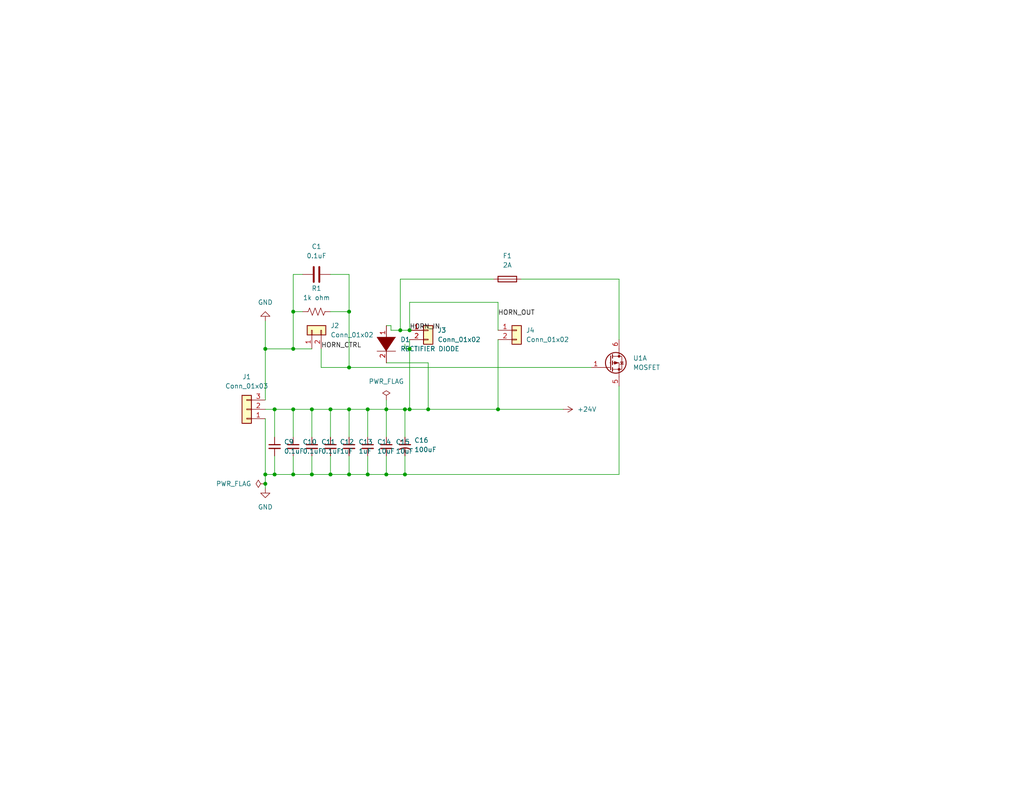
<source format=kicad_sch>
(kicad_sch (version 20231120) (generator "eeschema") (generator_version "8.0")
  (paper "USLetter")
  (title_block (title "proj1") (date "2024-09-22") (rev "1.0") (company "Illini Solar Car") (comment 1 "Designed By: Adam Kaszok"))
  (lib_symbols
    (symbol "Connector_Generic:Conn_01x02" (pin_names (offset 1.016) hide)
      (property "Reference" "J" (at 0 2.54 0))
      (property "Value" "Conn_01x02" (at 0 -5.08 0))
      (symbol "Conn_01x02_1_1"
        (rectangle (start -1.27 -2.413) (end 0 -2.667) (stroke (width 0.1524)))
        (rectangle (start -1.27 0.127) (end 0 -0.127) (stroke (width 0.1524)))
        (rectangle (start -1.27 1.27) (end 1.27 -3.81) (stroke (width 0.254)) (fill (type background)))
        (pin passive line (at -5.08 0 0) (length 3.81) (name "Pin_1") (number "1"))
        (pin passive line (at -5.08 -2.54 0) (length 3.81) (name "Pin_2") (number "2"))
      )
    )
    (symbol "Connector_Generic:Conn_01x03" (pin_names (offset 1.016) hide)
      (property "Reference" "J" (at 0 5.08 0))
      (property "Value" "Conn_01x03" (at 0 -5.08 0))
      (symbol "Conn_01x03_1_1"
        (rectangle (start -1.27 -2.413) (end 0 -2.667) (stroke (width 0.1524)))
        (rectangle (start -1.27 0.127) (end 0 -0.127) (stroke (width 0.1524)))
        (rectangle (start -1.27 2.667) (end 0 2.413) (stroke (width 0.1524)))
        (rectangle (start -1.27 3.81) (end 1.27 -3.81) (stroke (width 0.254)) (fill (type background)))
        (pin passive line (at -5.08 2.54 0) (length 3.81) (name "Pin_1") (number "1"))
        (pin passive line (at -5.08 0 0) (length 3.81) (name "Pin_2") (number "2"))
        (pin passive line (at -5.08 -2.54 0) (length 3.81) (name "Pin_3") (number "3"))
      )
    )
    (symbol "Device:C" (pin_numbers hide) (pin_names (offset 0.254))
      (property "Reference" "C" (at 0.635 2.54 0))
      (property "Value" "C" (at 0.635 -2.54 0))
      (symbol "C_0_1"
        (polyline (pts (xy -2.032 -0.762) (xy 2.032 -0.762)) (stroke (width 0.508)))
        (polyline (pts (xy -2.032 0.762) (xy 2.032 0.762)) (stroke (width 0.508)))
      )
      (symbol "C_1_1"
        (pin passive line (at 0 3.81 270) (length 2.794) (name "~") (number "1"))
        (pin passive line (at 0 -3.81 90) (length 2.794) (name "~") (number "2"))
      )
    )
    (symbol "Device:C_Polarized_Small_US" (pin_numbers hide) (pin_names (offset 0.254) hide)
      (property "Reference" "C" (at 0.254 1.778 0))
      (property "Value" "C_Polarized_Small_US" (at 0.254 -2.032 0))
      (symbol "C_Polarized_Small_US_0_1"
        (polyline (pts (xy -1.524 0.508) (xy 1.524 0.508)) (stroke (width 0.3048)))
        (polyline (pts (xy -1.27 1.524) (xy -0.762 1.524)))
        (polyline (pts (xy -1.016 1.27) (xy -1.016 1.778)))
        (arc (start 1.524 -0.762) (mid 0 -0.3734) (end -1.524 -0.762) (stroke (width 0.3048)))
      )
      (symbol "C_Polarized_Small_US_1_1"
        (pin passive line (at 0 2.54 270) (length 2.032) (name "~") (number "1"))
        (pin passive line (at 0 -2.54 90) (length 2.032) (name "~") (number "2"))
      )
    )
    (symbol "Device:C_Small" (pin_numbers hide) (pin_names (offset 0.254) hide)
      (property "Reference" "C" (at 0.254 1.778 0))
      (property "Value" "C_Small" (at 0.254 -2.032 0))
      (symbol "C_Small_0_1"
        (polyline (pts (xy -1.524 -0.508) (xy 1.524 -0.508)) (stroke (width 0.3302)))
        (polyline (pts (xy -1.524 0.508) (xy 1.524 0.508)) (stroke (width 0.3048)))
      )
      (symbol "C_Small_1_1"
        (pin passive line (at 0 2.54 270) (length 2.032) (name "~") (number "1"))
        (pin passive line (at 0 -2.54 90) (length 2.032) (name "~") (number "2"))
      )
    )
    (symbol "Device:Fuse" (pin_numbers hide) (pin_names (offset 0))
      (property "Reference" "F" (at 2.032 0 90))
      (property "Value" "Fuse" (at -1.905 0 90))
      (symbol "Fuse_0_1"
        (rectangle (start -0.762 -2.54) (end 0.762 2.54) (stroke (width 0.254)))
        (polyline (pts (xy 0 2.54) (xy 0 -2.54)))
      )
      (symbol "Fuse_1_1"
        (pin passive line (at 0 3.81 270) (length 1.27) (name "~") (number "1"))
        (pin passive line (at 0 -3.81 90) (length 1.27) (name "~") (number "2"))
      )
    )
    (symbol "Device:R_US" (pin_numbers hide) (pin_names (offset 0))
      (property "Reference" "R" (at 2.54 0 90))
      (property "Value" "R_US" (at -2.54 0 90))
      (symbol "R_US_0_1"
        (polyline (pts (xy 0 -2.286) (xy 0 -2.54)))
        (polyline (pts (xy 0 2.286) (xy 0 2.54)))
        (polyline (pts (xy 0 -0.762) (xy 1.016 -1.143) (xy 0 -1.524) (xy -1.016 -1.905) (xy 0 -2.286)))
        (polyline (pts (xy 0 0.762) (xy 1.016 0.381) (xy 0 0) (xy -1.016 -0.381) (xy 0 -0.762)))
        (polyline (pts (xy 0 2.286) (xy 1.016 1.905) (xy 0 1.524) (xy -1.016 1.143) (xy 0 0.762)))
      )
      (symbol "R_US_1_1"
        (pin passive line (at 0 3.81 270) (length 1.27) (name "~") (number "1"))
        (pin passive line (at 0 -3.81 90) (length 1.27) (name "~") (number "2"))
      )
    )
    (symbol "Discrete_SMD:Q_PMOS_DUAL_GSGDSD" (pin_names (offset 0) hide)
      (property "Reference" "U" (at -1.27 11.43 0))
      (property "Value" "Q_PMOS_DUAL_GSGDSD" (at -3.81 -12.7 0))
      (symbol "Q_PMOS_DUAL_GSGDSD_0_1"
        (polyline (pts (xy -1.27 -1.27) (xy -3.81 -1.27)))
        (polyline (pts (xy -1.2192 0) (xy -1.016 0)))
        (polyline (pts (xy -0.508 -1.778) (xy 1.27 -1.778)))
        (polyline (pts (xy -0.508 -1.27) (xy -0.508 -2.286)) (stroke (width 0.254)))
        (polyline (pts (xy -0.508 0) (xy 1.27 0)))
        (polyline (pts (xy -0.508 0.508) (xy -0.508 -0.508)) (stroke (width 0.254)))
        (polyline (pts (xy -0.508 1.778) (xy 1.27 1.778)))
        (polyline (pts (xy -0.508 2.286) (xy -0.508 1.27)) (stroke (width 0.254)))
        (polyline (pts (xy 1.27 -2.54) (xy 1.27 -3.81)))
        (polyline (pts (xy 1.27 -1.778) (xy 1.27 -2.54)))
        (polyline (pts (xy 1.27 -1.778) (xy 1.27 0)))
        (polyline (pts (xy 1.27 2.54) (xy 1.27 1.778)))
        (polyline (pts (xy 1.27 2.54) (xy 1.27 3.81)))
        (polyline (pts (xy -1.016 1.905) (xy -1.016 -1.905) (xy -1.016 -1.905)) (stroke (width 0.254)))
        (polyline (pts (xy 1.016 0) (xy 0 -0.381) (xy 0 0.381) (xy 1.016 0)) (fill (type outline)))
        (polyline (pts (xy 1.27 -1.778) (xy 2.032 -1.778) (xy 2.032 1.778) (xy 1.27 1.778)))
        (polyline (pts (xy 1.524 -0.508) (xy 1.651 -0.381) (xy 2.413 -0.381) (xy 2.54 -0.254)))
        (polyline (pts (xy 2.032 -0.381) (xy 1.651 0.254) (xy 2.413 0.254) (xy 2.032 -0.381)))
        (circle (center 0.381 0) (radius 2.8194) (stroke (width 0.254)))
        (circle (center 1.27 -1.778) (radius 0.2794) (fill (type outline)))
        (circle (center 1.27 1.778) (radius 0.2794) (fill (type outline)))
      )
      (symbol "Q_PMOS_DUAL_GSGDSD_1_1"
        (pin input line (at -6.35 -1.27 0) (length 2.54) (name "Gate") (number "1"))
        (pin passive line (at 1.27 -6.35 90) (length 2.54) (name "Source") (number "5"))
        (pin passive line (at 1.27 6.35 270) (length 2.54) (name "Drain") (number "6"))
      )
      (symbol "Q_PMOS_DUAL_GSGDSD_2_1"
        (pin passive line (at 1.27 -6.35 90) (length 2.54) (name "Source") (number "2"))
        (pin input line (at -6.35 -1.27 0) (length 2.54) (name "Gate") (number "3"))
        (pin passive line (at 1.27 6.35 270) (length 2.54) (name "Drain") (number "4"))
      )
    )
    (symbol "power:+24V" (power) (pin_names (offset 0))
      (property "Value" "+24V" (at 0 3.556 0))
      (symbol "+24V_0_1"
        (polyline (pts (xy -0.762 1.27) (xy 0 2.54)))
        (polyline (pts (xy 0 0) (xy 0 2.54)))
        (polyline (pts (xy 0 2.54) (xy 0.762 1.27)))
      )
      (symbol "+24V_1_1"
        (pin power_in line (at 0 0 90) (length 0) hide (name "+24V") (number "1"))
      )
    )
    (symbol "power:GND" (power) (pin_names (offset 0))
      (property "Value" "GND" (at 0 -3.81 0))
      (symbol "GND_0_1"
        (polyline (pts (xy 0 0) (xy 0 -1.27) (xy 1.27 -1.27) (xy 0 -2.54) (xy -1.27 -1.27) (xy 0 -1.27)))
      )
      (symbol "GND_1_1"
        (pin power_in line (at 0 0 270) (length 0) hide (name "GND") (number "1"))
      )
    )
    (symbol "power:PWR_FLAG" (power) (pin_numbers hide) (pin_names (offset 0) hide)
      (property "Value" "PWR_FLAG" (at 0 3.81 0))
      (symbol "PWR_FLAG_0_0"
        (pin power_out line (at 0 0 90) (length 0) (name "pwr") (number "1"))
      )
      (symbol "PWR_FLAG_0_1"
        (polyline (pts (xy 0 0) (xy 0 1.27) (xy -1.016 1.905) (xy 0 2.54) (xy 1.016 1.905) (xy 0 1.27)))
      )
    )
    (symbol "pspice:DIODE" (pin_names (offset 1.016) hide)
      (property "Reference" "D" (at 0 3.81 0))
      (property "Value" "DIODE" (at 0 -4.445 0))
      (symbol "DIODE_0_1"
        (polyline (pts (xy 1.905 2.54) (xy 1.905 -2.54)))
        (polyline (pts (xy -1.905 2.54) (xy -1.905 -2.54) (xy 1.905 0)) (fill (type outline)))
      )
      (symbol "DIODE_1_1"
        (pin input line (at -5.08 0 0) (length 3.81) (name "K") (number "1"))
        (pin input line (at 5.08 0 180) (length 3.81) (name "A") (number "2"))
      )
    )
  )
  (junction (at 80.01 129.54))
  (junction (at 116.84 111.76))
  (junction (at 72.39 132.08))
  (junction (at 111.76 95.25))
  (junction (at 100.33 129.54))
  (junction (at 72.39 95.25))
  (junction (at 80.01 85.09))
  (junction (at 74.93 129.54))
  (junction (at 85.09 111.76))
  (junction (at 110.49 129.54))
  (junction (at 111.76 111.76))
  (junction (at 74.93 111.76))
  (junction (at 105.41 129.54))
  (junction (at 72.39 129.54))
  (junction (at 110.49 111.76))
  (junction (at 85.09 129.54))
  (junction (at 95.25 111.76))
  (junction (at 95.25 129.54))
  (junction (at 111.76 90.17))
  (junction (at 90.17 111.76))
  (junction (at 90.17 129.54))
  (junction (at 109.22 90.17))
  (junction (at 95.25 100.33))
  (junction (at 95.25 85.09))
  (junction (at 135.89 111.76))
  (junction (at 80.01 111.76))
  (junction (at 80.01 95.25))
  (junction (at 100.33 111.76))
  (junction (at 105.41 111.76))
  (wire (pts (xy 168.91 76.2) (xy 142.24 76.2)))
  (wire (pts (xy 110.49 95.25) (xy 111.76 95.25)))
  (wire (pts (xy 105.41 124.46) (xy 105.41 129.54)))
  (wire (pts (xy 85.09 129.54) (xy 90.17 129.54)))
  (wire (pts (xy 135.89 111.76) (xy 153.67 111.76)))
  (wire (pts (xy 110.49 111.76) (xy 110.49 119.38)))
  (wire (pts (xy 135.89 92.71) (xy 135.89 111.76)))
  (wire (pts (xy 110.49 129.54) (xy 168.91 129.54)))
  (wire (pts (xy 74.93 111.76) (xy 80.01 111.76)))
  (wire (pts (xy 82.55 85.09) (xy 80.01 85.09)))
  (wire (pts (xy 135.89 82.55) (xy 111.76 82.55)))
  (wire (pts (xy 80.01 129.54) (xy 85.09 129.54)))
  (wire (pts (xy 106.68 90.17) (xy 109.22 90.17)))
  (wire (pts (xy 82.55 74.93) (xy 80.01 74.93)))
  (wire (pts (xy 87.63 95.25) (xy 87.63 100.33)))
  (wire (pts (xy 168.91 92.71) (xy 168.91 76.2)))
  (wire (pts (xy 110.49 124.46) (xy 110.49 129.54)))
  (wire (pts (xy 100.33 111.76) (xy 105.41 111.76)))
  (wire (pts (xy 80.01 85.09) (xy 80.01 95.25)))
  (wire (pts (xy 90.17 129.54) (xy 95.25 129.54)))
  (wire (pts (xy 72.39 95.25) (xy 80.01 95.25)))
  (wire (pts (xy 116.84 111.76) (xy 135.89 111.76)))
  (wire (pts (xy 111.76 111.76) (xy 116.84 111.76)))
  (wire (pts (xy 95.25 124.46) (xy 95.25 129.54)))
  (wire (pts (xy 80.01 95.25) (xy 85.09 95.25)))
  (wire (pts (xy 95.25 74.93) (xy 95.25 85.09)))
  (wire (pts (xy 72.39 111.76) (xy 74.93 111.76)))
  (wire (pts (xy 80.01 111.76) (xy 80.01 119.38)))
  (wire (pts (xy 111.76 95.25) (xy 111.76 111.76)))
  (wire (pts (xy 95.25 100.33) (xy 161.29 100.33)))
  (wire (pts (xy 100.33 111.76) (xy 100.33 119.38)))
  (wire (pts (xy 72.39 132.08) (xy 72.39 133.35)))
  (wire (pts (xy 95.25 111.76) (xy 95.25 119.38)))
  (wire (pts (xy 105.41 111.76) (xy 110.49 111.76)))
  (wire (pts (xy 72.39 87.63) (xy 72.39 95.25)))
  (wire (pts (xy 90.17 124.46) (xy 90.17 129.54)))
  (wire (pts (xy 80.01 124.46) (xy 80.01 129.54)))
  (wire (pts (xy 90.17 111.76) (xy 90.17 119.38)))
  (wire (pts (xy 168.91 105.41) (xy 168.91 129.54)))
  (wire (pts (xy 105.41 109.22) (xy 105.41 111.76)))
  (wire (pts (xy 90.17 111.76) (xy 95.25 111.76)))
  (wire (pts (xy 80.01 111.76) (xy 85.09 111.76)))
  (wire (pts (xy 111.76 92.71) (xy 111.76 95.25)))
  (wire (pts (xy 95.25 129.54) (xy 100.33 129.54)))
  (wire (pts (xy 135.89 90.17) (xy 135.89 82.55)))
  (wire (pts (xy 80.01 74.93) (xy 80.01 85.09)))
  (wire (pts (xy 134.62 76.2) (xy 109.22 76.2)))
  (wire (pts (xy 72.39 129.54) (xy 74.93 129.54)))
  (wire (pts (xy 72.39 95.25) (xy 72.39 109.22)))
  (wire (pts (xy 106.68 90.17) (xy 106.68 88.9)))
  (wire (pts (xy 85.09 111.76) (xy 90.17 111.76)))
  (wire (pts (xy 74.93 124.46) (xy 74.93 129.54)))
  (wire (pts (xy 95.25 111.76) (xy 100.33 111.76)))
  (wire (pts (xy 110.49 111.76) (xy 111.76 111.76)))
  (wire (pts (xy 95.25 100.33) (xy 87.63 100.33)))
  (wire (pts (xy 72.39 129.54) (xy 72.39 132.08)))
  (wire (pts (xy 90.17 85.09) (xy 95.25 85.09)))
  (wire (pts (xy 110.49 93.98) (xy 110.49 95.25)))
  (wire (pts (xy 74.93 129.54) (xy 80.01 129.54)))
  (wire (pts (xy 116.84 99.06) (xy 116.84 111.76)))
  (wire (pts (xy 95.25 85.09) (xy 95.25 100.33)))
  (wire (pts (xy 85.09 124.46) (xy 85.09 129.54)))
  (wire (pts (xy 74.93 111.76) (xy 74.93 119.38)))
  (wire (pts (xy 100.33 124.46) (xy 100.33 129.54)))
  (wire (pts (xy 105.41 99.06) (xy 116.84 99.06)))
  (wire (pts (xy 72.39 114.3) (xy 72.39 129.54)))
  (wire (pts (xy 105.41 111.76) (xy 105.41 119.38)))
  (wire (pts (xy 106.68 88.9) (xy 105.41 88.9)))
  (wire (pts (xy 100.33 129.54) (xy 105.41 129.54)))
  (wire (pts (xy 109.22 76.2) (xy 109.22 90.17)))
  (wire (pts (xy 109.22 90.17) (xy 111.76 90.17)))
  (wire (pts (xy 111.76 82.55) (xy 111.76 90.17)))
  (wire (pts (xy 85.09 111.76) (xy 85.09 119.38)))
  (wire (pts (xy 105.41 129.54) (xy 110.49 129.54)))
  (wire (pts (xy 90.17 74.93) (xy 95.25 74.93)))
  (label "HORN_IN" (at 111.76 90.17 0))
  (label "HORN_CTRL" (at 87.63 95.25 0))
  (label "HORN_OUT" (at 135.89 86.36 0))
  (symbol (lib_id "power:PWR_FLAG") (at 105.41 109.22 0) (unit 1)
    (property "Reference" "#FLG01" (effects (hide yes)))
    (property "Value" "PWR_FLAG" (at 105.41 104.14 0))
    (property "Description" "Special symbol for telling ERC where power comes from" (effects (hide yes)))
  )
  (symbol (lib_id "Connector_Generic:Conn_01x03") (at 67.31 111.76 180) (unit 1)
    (property "Reference" "J1" (at 67.31 102.87 0))
    (property "Value" "Conn_01x03" (at 67.31 105.41 0))
    (property "Footprint" "Connector_Molex:Molex_KK-254_AE-6410-03A_1x03_P2.54mm_Vertical" (effects (hide yes)))
    (property "Description" "Generic connector, single row, 01x03, script generated (kicad-library-utils/schlib/autogen/connector/)" (effects (hide yes)))
  )
  (symbol (lib_id "pspice:DIODE") (at 105.41 93.98 270) (unit 1)
    (property "Reference" "D1" (at 109.22 92.7099 90) (effects (justify left)))
    (property "Value" "RECTIFIER DIODE" (at 109.22 95.2499 90) (effects (justify left)))
    (property "Footprint" "layout:Diodes_MSOP-8" (effects (hide yes)))
    (property "Datasheet" "~https://octopart.com/datasheet/es2da-13-f-diodes+inc.-328903" (effects (hide yes)))
    (property "Description" "Diode symbol for simulation only. Pin order incompatible with official kicad footprints" (effects (hide yes)))
    (property "MPN" "ES2DA-13-F" (effects (hide yes)))
  )
  (symbol (lib_id "Device:C") (at 86.36 74.93 90) (unit 1)
    (property "Reference" "C1" (at 86.36 67.31 90))
    (property "Value" "0.1uF" (at 86.36 69.85 90))
    (property "Footprint" "layout:CP_Oval_L16.0mm_W8.0mm_P11.5mm" (effects (hide yes)))
    (property "Description" "Unpolarized capacitor" (effects (hide yes)))
  )
  (symbol (lib_id "Connector_Generic:Conn_01x02") (at 140.97 90.17 0) (unit 1)
    (property "Reference" "J4" (at 143.51 90.1699 0) (effects (justify left)))
    (property "Value" "Conn_01x02" (at 143.51 92.7099 0) (effects (justify left)))
    (property "Footprint" "Connector_Molex:Molex_KK-254_AE-6410-02A_1x02_P2.54mm_Vertical" (effects (hide yes)))
    (property "Description" "Generic connector, single row, 01x02, script generated (kicad-library-utils/schlib/autogen/connector/)" (effects (hide yes)))
  )
  (symbol (lib_id "Device:C_Small") (at 100.33 121.92 0) (unit 1)
    (property "Reference" "C14" (at 102.87 120.6562 0) (effects (justify left)))
    (property "Value" "10uF" (at 102.87 123.1962 0) (effects (justify left)))
    (property "Footprint" "layout:CP_Oval_L16.0mm_W8.0mm_P11.5mm" (effects (hide yes)))
    (property "Description" "Unpolarized capacitor, small symbol" (effects (hide yes)))
  )
  (symbol (lib_id "Device:R_US") (at 86.36 85.09 90) (unit 1)
    (property "Reference" "R1" (at 86.36 78.74 90))
    (property "Value" "1k ohm" (at 86.36 81.28 90))
    (property "Footprint" "Resistor_SMD:R_0201_0603Metric_Pad0.64x0.40mm_HandSolder" (effects (hide yes)))
    (property "Description" "Resistor, US symbol" (effects (hide yes)))
  )
  (symbol (lib_id "Connector_Generic:Conn_01x02") (at 85.09 90.17 90) (unit 1)
    (property "Reference" "J2" (at 90.17 88.8999 90) (effects (justify right)))
    (property "Value" "Conn_01x02" (at 90.17 91.4399 90) (effects (justify right)))
    (property "Footprint" "Connector_Molex:Molex_KK-254_AE-6410-02A_1x02_P2.54mm_Vertical" (effects (hide yes)))
    (property "Description" "Generic connector, single row, 01x02, script generated (kicad-library-utils/schlib/autogen/connector/)" (effects (hide yes)))
  )
  (symbol (lib_id "Device:C_Small") (at 90.17 121.92 0) (unit 1)
    (property "Reference" "C12" (at 92.71 120.6562 0) (effects (justify left)))
    (property "Value" "1uF" (at 92.71 123.1962 0) (effects (justify left)))
    (property "Footprint" "layout:CP_Oval_L16.0mm_W8.0mm_P11.5mm" (effects (hide yes)))
    (property "Description" "Unpolarized capacitor, small symbol" (effects (hide yes)))
  )
  (symbol (lib_id "power:PWR_FLAG") (at 72.39 132.08 90) (unit 1)
    (property "Reference" "#FLG02" (effects (hide yes)))
    (property "Value" "PWR_FLAG" (at 68.58 132.0799 90) (effects (justify left)))
    (property "Description" "Special symbol for telling ERC where power comes from" (effects (hide yes)))
  )
  (symbol (lib_id "Discrete_SMD:Q_PMOS_DUAL_GSGDSD") (at 167.64 99.06 0) (unit 1)
    (property "Reference" "U1" (at 172.72 97.7899 0) (effects (justify left)))
    (property "Value" "MOSFET" (at 172.72 100.3299 0) (effects (justify left)))
    (property "Footprint" "Package_TO_SOT_SMD:SOT-23" (effects (hide yes)))
    (property "Datasheet" "~https://www.vishay.com/docs/91420/sihfr010.pdf" (effects (hide yes)))
    (property "Description" "DUAL P-Channel MOSFET" (effects (hide yes)))
    (property "MPN" "IRFR010PBF" (effects (hide yes)))
  )
  (symbol (lib_id "Device:C_Small") (at 74.93 121.92 0) (unit 1)
    (property "Reference" "C9" (at 77.47 120.6562 0) (effects (justify left)))
    (property "Value" "0.1uF" (at 77.47 123.1962 0) (effects (justify left)))
    (property "Footprint" "layout:CP_Oval_L16.0mm_W8.0mm_P11.5mm" (effects (hide yes)))
    (property "Description" "Unpolarized capacitor, small symbol" (effects (hide yes)))
  )
  (symbol (lib_id "Device:C_Polarized_Small_US") (at 110.49 121.92 0) (unit 1)
    (property "Reference" "C16" (at 113.03 120.2181 0) (effects (justify left)))
    (property "Value" "100uF" (at 113.03 122.7581 0) (effects (justify left)))
    (property "Footprint" "layout:CP_Radial_D14.5mm_P7.50mm" (effects (hide yes)))
    (property "Description" "Polarized capacitor, small US symbol" (effects (hide yes)))
  )
  (symbol (lib_id "Connector_Generic:Conn_01x02") (at 116.84 90.17 0) (unit 1)
    (property "Reference" "J3" (at 119.38 90.1699 0) (effects (justify left)))
    (property "Value" "Conn_01x02" (at 119.38 92.7099 0) (effects (justify left)))
    (property "Footprint" "Connector_Molex:Molex_KK-254_AE-6410-02A_1x02_P2.54mm_Vertical" (effects (hide yes)))
    (property "Description" "Generic connector, single row, 01x02, script generated (kicad-library-utils/schlib/autogen/connector/)" (effects (hide yes)))
  )
  (symbol (lib_id "Device:C_Small") (at 105.41 121.92 0) (unit 1)
    (property "Reference" "C15" (at 107.95 120.6562 0) (effects (justify left)))
    (property "Value" "10uF" (at 107.95 123.1962 0) (effects (justify left)))
    (property "Footprint" "layout:CP_Oval_L16.0mm_W8.0mm_P11.5mm" (effects (hide yes)))
    (property "Description" "Unpolarized capacitor, small symbol" (effects (hide yes)))
  )
  (symbol (lib_id "Device:C_Small") (at 80.01 121.92 0) (unit 1)
    (property "Reference" "C10" (at 82.55 120.6562 0) (effects (justify left)))
    (property "Value" "0.1uF" (at 82.55 123.1962 0) (effects (justify left)))
    (property "Footprint" "layout:CP_Oval_L16.0mm_W8.0mm_P11.5mm" (effects (hide yes)))
    (property "Description" "Unpolarized capacitor, small symbol" (effects (hide yes)))
  )
  (symbol (lib_id "Device:Fuse") (at 138.43 76.2 90) (unit 1)
    (property "Reference" "F1" (at 138.43 69.85 90))
    (property "Value" "2A" (at 138.43 72.39 90))
    (property "Footprint" "layout:Fuse_1206_3216Metric" (effects (hide yes)))
    (property "Description" "Fuse" (effects (hide yes)))
  )
  (symbol (lib_id "Device:C_Small") (at 85.09 121.92 0) (unit 1)
    (property "Reference" "C11" (at 87.63 120.6562 0) (effects (justify left)))
    (property "Value" "0.1uF" (at 87.63 123.1962 0) (effects (justify left)))
    (property "Footprint" "layout:CP_Oval_L16.0mm_W8.0mm_P11.5mm" (effects (hide yes)))
    (property "Description" "Unpolarized capacitor, small symbol" (effects (hide yes)))
  )
  (symbol (lib_id "Device:C_Small") (at 95.25 121.92 0) (unit 1)
    (property "Reference" "C13" (at 97.79 120.6562 0) (effects (justify left)))
    (property "Value" "1uF" (at 97.79 123.1962 0) (effects (justify left)))
    (property "Footprint" "layout:CP_Oval_L16.0mm_W8.0mm_P11.5mm" (effects (hide yes)))
    (property "Description" "Unpolarized capacitor, small symbol" (effects (hide yes)))
  )
  (symbol (lib_id "power:GND") (at 72.39 87.63 180) (unit 1)
    (property "Reference" "#PWR02" (effects (hide yes)))
    (property "Value" "GND" (at 72.39 82.55 0))
    (property "Description" "Power symbol creates a global label with name \"GND\" , ground" (effects (hide yes)))
  )
  (symbol (lib_id "power:+24V") (at 153.67 111.76 270) (unit 1)
    (property "Reference" "#PWR03" (effects (hide yes)))
    (property "Value" "+24V" (at 157.48 111.7599 90) (effects (justify left)))
    (property "Description" "Power symbol creates a global label with name \"+24V\"" (effects (hide yes)))
  )
  (symbol (lib_id "power:GND") (at 72.39 133.35 0) (unit 1)
    (property "Reference" "#PWR01" (effects (hide yes)))
    (property "Value" "GND" (at 72.39 138.43 0))
    (property "Description" "Power symbol creates a global label with name \"GND\" , ground" (effects (hide yes)))
  )
)
</source>
